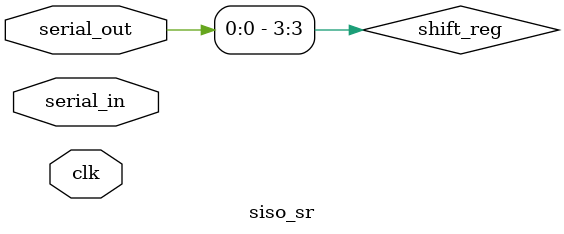
<source format=v>
`timescale 1ns / 1ps


module siso_sr(input clk,input serial_in,input serial_out );

reg[3:0] shift_reg;
always @(posedge clk)begin 
 shift_reg[0]<=serial_in;
 shift_reg[1]<=shift_reg[0];
 shift_reg[2]<=shift_reg[1];
 shift_reg[3]<=shift_reg[2];
 end
 assign serial_out=shift_reg[3];
endmodule

</source>
